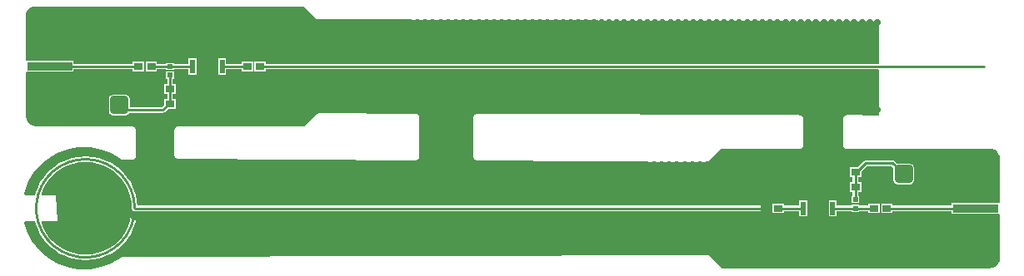
<source format=gtl>
G04*
G04 #@! TF.GenerationSoftware,Altium Limited,Altium Designer,20.1.12 (249)*
G04*
G04 Layer_Physical_Order=1*
G04 Layer_Color=255*
%FSLAX25Y25*%
%MOIN*%
G70*
G04*
G04 #@! TF.SameCoordinates,B43397F4-0A5E-4D4A-B50E-CAD48B1EF134*
G04*
G04*
G04 #@! TF.FilePolarity,Positive*
G04*
G01*
G75*
%ADD14R,0.17953X0.03937*%
%ADD15R,0.17953X0.03347*%
%ADD16R,0.03543X0.02756*%
%ADD17R,0.02126X0.01890*%
%ADD28C,0.01155*%
%ADD29R,0.17638X0.15079*%
%ADD30R,0.02165X0.11299*%
%ADD31R,0.02165X0.05512*%
%ADD32C,0.07087*%
G04:AMPARAMS|DCode=33|XSize=70.87mil|YSize=70.87mil|CornerRadius=8.86mil|HoleSize=0mil|Usage=FLASHONLY|Rotation=0.000|XOffset=0mil|YOffset=0mil|HoleType=Round|Shape=RoundedRectangle|*
%AMROUNDEDRECTD33*
21,1,0.07087,0.05315,0,0,0.0*
21,1,0.05315,0.07087,0,0,0.0*
1,1,0.01772,0.02657,-0.02657*
1,1,0.01772,-0.02657,-0.02657*
1,1,0.01772,-0.02657,0.02657*
1,1,0.01772,0.02657,0.02657*
%
%ADD33ROUNDEDRECTD33*%
%ADD34C,0.02756*%
%ADD35C,0.01968*%
%ADD36C,0.05000*%
G36*
X6917Y109513D02*
X114298D01*
X119224Y104762D01*
X119459Y104612D01*
X119691Y104456D01*
X119707Y104452D01*
X119721Y104443D01*
X119996Y104394D01*
X120270Y104338D01*
X344162Y103559D01*
X344514Y103204D01*
X344435Y86627D01*
X99089Y86627D01*
Y87406D01*
X94546D01*
Y83650D01*
X99089D01*
Y84430D01*
X344070Y84430D01*
X344423Y84075D01*
X344338Y66290D01*
X343983Y65939D01*
X331509Y66013D01*
X331505Y66012D01*
X331500Y66013D01*
X331215Y65957D01*
X330929Y65902D01*
X330925Y65899D01*
X330921Y65898D01*
X330679Y65737D01*
X330436Y65576D01*
X330434Y65573D01*
X330430Y65570D01*
X330268Y65328D01*
X330105Y65087D01*
X330104Y65083D01*
X330102Y65079D01*
X330045Y64793D01*
X329987Y64509D01*
X329988Y64504D01*
X329987Y64500D01*
Y55437D01*
Y54000D01*
X329987Y53998D01*
X329987Y53996D01*
X330045Y53707D01*
X330102Y53421D01*
X330103Y53419D01*
X330103Y53418D01*
X330267Y53174D01*
X330430Y52930D01*
X330431Y52929D01*
X330432Y52928D01*
X330677Y52765D01*
X330677Y52765D01*
X330921Y52602D01*
X330923Y52601D01*
X330924Y52601D01*
X331214Y52544D01*
X331500Y52487D01*
X331502Y52487D01*
X331504Y52487D01*
X331646Y52487D01*
X388756Y52618D01*
X388795Y52626D01*
X389788Y52495D01*
X390753Y52095D01*
X391582Y51459D01*
X392218Y50631D01*
X392618Y49666D01*
X392691Y49109D01*
X392741Y48630D01*
X392741Y48630D01*
X392741Y48136D01*
Y31203D01*
X392481Y30810D01*
X392241Y30810D01*
X373528D01*
Y29736D01*
X349801D01*
Y30515D01*
X345257D01*
Y26759D01*
X349801D01*
Y27538D01*
X373528D01*
Y26464D01*
X392241D01*
X392481Y26464D01*
X392741Y26072D01*
Y9133D01*
X392741Y9132D01*
X392741Y8637D01*
X392691Y8158D01*
X392618Y7601D01*
X392218Y6636D01*
X391582Y5808D01*
X390753Y5172D01*
X389788Y4772D01*
X389232Y4699D01*
X388753Y4649D01*
X388753Y4649D01*
X281562D01*
X276490Y9540D01*
X276252Y9693D01*
X276015Y9850D01*
X276003Y9853D01*
X275993Y9859D01*
X275713Y9909D01*
X275435Y9964D01*
X41835Y9250D01*
X41547Y9192D01*
X41261Y9135D01*
X41259Y9134D01*
X41257Y9133D01*
X41012Y8969D01*
X40956Y8932D01*
X40931Y8967D01*
X39413Y7890D01*
X37002Y6558D01*
X34458Y5504D01*
X31811Y4741D01*
X29095Y4280D01*
X26345Y4125D01*
X23595Y4280D01*
X20880Y4741D01*
X18233Y5504D01*
X15688Y6558D01*
X13278Y7890D01*
X11031Y9484D01*
X8978Y11319D01*
X7142Y13373D01*
X5548Y15619D01*
X4216Y18030D01*
X3162Y20575D01*
X2514Y22822D01*
X2891Y23322D01*
X6798D01*
X6812Y23252D01*
X7687Y20675D01*
X8890Y18234D01*
X10403Y15971D01*
X12197Y13924D01*
X14243Y12130D01*
X16507Y10618D01*
X18947Y9414D01*
X21525Y8539D01*
X24194Y8008D01*
X26910Y7830D01*
X29626Y8008D01*
X32295Y8539D01*
X34872Y9414D01*
X37314Y10618D01*
X39577Y12130D01*
X41623Y13924D01*
X43417Y15971D01*
X44930Y18234D01*
X46133Y20675D01*
X47008Y23252D01*
X47362Y25031D01*
X47362D01*
X47395Y25219D01*
X47311Y25639D01*
X47073Y25996D01*
X46716Y26234D01*
X46296Y26317D01*
X45876Y26234D01*
X45519Y25996D01*
X45281Y25639D01*
X45235Y25406D01*
X45190Y25414D01*
X44874Y23824D01*
X44092Y21520D01*
X43016Y19338D01*
X41664Y17316D01*
X40060Y15487D01*
X38231Y13883D01*
X36209Y12531D01*
X34027Y11455D01*
X31723Y10673D01*
X29337Y10199D01*
X26910Y10040D01*
X24483Y10199D01*
X22097Y10673D01*
X19793Y11455D01*
X17611Y12531D01*
X15589Y13883D01*
X13760Y15487D01*
X12156Y17316D01*
X10804Y19338D01*
X9728Y21520D01*
X9255Y22916D01*
X9546Y23322D01*
X15732D01*
X14904Y33952D01*
X9546D01*
X9255Y34359D01*
X9728Y35754D01*
X10804Y37936D01*
X12156Y39959D01*
X13760Y41787D01*
X15589Y43391D01*
X17611Y44743D01*
X19793Y45819D01*
X22097Y46601D01*
X24483Y47075D01*
X26910Y47234D01*
X29337Y47075D01*
X31723Y46601D01*
X34027Y45819D01*
X36209Y44743D01*
X38231Y43391D01*
X40060Y41787D01*
X41664Y39959D01*
X43016Y37936D01*
X44092Y35754D01*
X44874Y33450D01*
X45348Y31065D01*
X45475Y29128D01*
X45496Y28637D01*
X45580Y28217D01*
X45604Y28181D01*
X45818Y27860D01*
X46175Y27622D01*
X46595Y27538D01*
X298852Y27538D01*
X299272Y27622D01*
X299629Y27860D01*
X299867Y28217D01*
X299950Y28637D01*
X299867Y29057D01*
X299629Y29414D01*
X299272Y29652D01*
X298852Y29736D01*
X47645Y29736D01*
X47539Y31353D01*
X47008Y34022D01*
X46133Y36600D01*
X44930Y39041D01*
X43417Y41304D01*
X41623Y43350D01*
X39577Y45145D01*
X37314Y46657D01*
X34872Y47860D01*
X32295Y48735D01*
X29626Y49266D01*
X26910Y49444D01*
X24194Y49266D01*
X21525Y48735D01*
X18947Y47860D01*
X16507Y46657D01*
X14243Y45145D01*
X12197Y43350D01*
X10403Y41304D01*
X8890Y39041D01*
X7687Y36600D01*
X6812Y34022D01*
X6798Y33952D01*
X2830D01*
X2486Y34452D01*
X3162Y36799D01*
X4216Y39344D01*
X5548Y41755D01*
X7142Y44001D01*
X8978Y46055D01*
X11031Y47890D01*
X13278Y49484D01*
X15688Y50816D01*
X18233Y51871D01*
X20880Y52633D01*
X23595Y53094D01*
X26345Y53249D01*
X29095Y53094D01*
X31811Y52633D01*
X34458Y51871D01*
X37002Y50816D01*
X39413Y49484D01*
X40931Y48407D01*
X40956Y48442D01*
X41261Y48239D01*
X41840Y48124D01*
X45500Y48124D01*
X45785Y48180D01*
D01*
X46079Y48239D01*
X46570Y48567D01*
X46898Y49058D01*
X47013Y49637D01*
Y55437D01*
Y60000D01*
X46956Y60288D01*
X46908Y60528D01*
X46899Y60578D01*
X46898Y60579D01*
X46898Y60579D01*
X46732Y60828D01*
X46571Y61069D01*
X46570Y61070D01*
X46570Y61070D01*
X46320Y61238D01*
X46080Y61398D01*
X46080Y61398D01*
X46079Y61398D01*
X45788Y61456D01*
X45501Y61513D01*
X7619Y61543D01*
X7119Y61544D01*
X6640Y61594D01*
X6083Y61667D01*
X5118Y62066D01*
X4290Y62702D01*
X3654Y63531D01*
X3254Y64496D01*
X3181Y65052D01*
X3131Y65532D01*
X3131Y65539D01*
X3128Y66031D01*
X3043Y82915D01*
X3541Y83355D01*
X22141D01*
Y84430D01*
X45869D01*
Y83650D01*
X50412D01*
Y87406D01*
X45869D01*
Y86627D01*
X22141D01*
Y87701D01*
X3519D01*
X3188Y87701D01*
X3017Y88130D01*
X2929Y105532D01*
X2921Y105569D01*
X3052Y106560D01*
X3451Y107525D01*
X4087Y108354D01*
X4916Y108990D01*
X5881Y109390D01*
X6876Y109521D01*
X6917Y109513D01*
D02*
G37*
%LPC*%
G36*
X71377Y88784D02*
X68211D01*
Y86627D01*
X62262D01*
Y86973D01*
X59136D01*
Y86627D01*
X55530D01*
Y87406D01*
X50987D01*
Y83650D01*
X55530D01*
Y84430D01*
X59136D01*
Y84083D01*
X62262D01*
Y84430D01*
X68211D01*
Y82272D01*
X71377D01*
Y88784D01*
D02*
G37*
G36*
X83188D02*
X80022D01*
Y82272D01*
X83188D01*
Y84430D01*
X89428D01*
Y83650D01*
X93971D01*
Y87406D01*
X89428D01*
Y86627D01*
X83188D01*
Y88784D01*
D02*
G37*
G36*
X62262Y83508D02*
X59136D01*
Y80619D01*
X59601D01*
Y78406D01*
X58428D01*
Y74650D01*
X59601D01*
Y72406D01*
X58428D01*
Y70204D01*
X57395Y69171D01*
X44570D01*
Y72658D01*
X44463Y73198D01*
X44157Y73657D01*
X43698Y73963D01*
X43158Y74071D01*
X37843D01*
X37302Y73963D01*
X36843Y73657D01*
X36537Y73198D01*
X36430Y72658D01*
Y67343D01*
X36537Y66802D01*
X36843Y66343D01*
X37302Y66037D01*
X37843Y65930D01*
X43158D01*
X43698Y66037D01*
X44157Y66343D01*
X44463Y66802D01*
X44497Y66974D01*
X57850D01*
X58271Y67058D01*
X58627Y67296D01*
X59981Y68650D01*
X62971D01*
Y72406D01*
X61798D01*
Y74650D01*
X62971D01*
Y78406D01*
X61798D01*
Y80619D01*
X62262D01*
Y83508D01*
D02*
G37*
G36*
X120088Y66698D02*
X120071Y66694D01*
X120053Y66697D01*
X119781Y66638D01*
X119508Y66585D01*
X119494Y66575D01*
X119476Y66571D01*
X119248Y66413D01*
X119016Y66259D01*
X119006Y66245D01*
X118991Y66235D01*
X114468Y61543D01*
X64000Y61513D01*
D01*
X63999D01*
D01*
X63706Y61455D01*
X63421Y61398D01*
X63420Y61398D01*
X63420Y61398D01*
X63177Y61235D01*
X62930Y61070D01*
X62930Y61070D01*
X62929Y61069D01*
X62770Y60831D01*
X62602Y60579D01*
X62602Y60579D01*
X62602Y60578D01*
X62592Y60528D01*
X62545Y60292D01*
X62487Y60000D01*
Y50000D01*
X62543Y49714D01*
X62553Y49666D01*
X62599Y49428D01*
X62601Y49425D01*
X62602Y49421D01*
X62764Y49179D01*
X62924Y48936D01*
D01*
X62928Y48933D01*
X62930Y48930D01*
X63172Y48768D01*
X63303Y48680D01*
X63414Y48605D01*
X63418Y48604D01*
X63421Y48602D01*
X63707Y48545D01*
X63992Y48487D01*
X158992Y47987D01*
X158996Y47987D01*
X159000Y47987D01*
X159285Y48043D01*
X159572Y48099D01*
X159575Y48101D01*
X159579Y48102D01*
X159820Y48263D01*
X160064Y48424D01*
X160067Y48428D01*
X160070Y48430D01*
X160231Y48671D01*
X160395Y48913D01*
X160396Y48917D01*
X160398Y48921D01*
X160455Y49206D01*
X160513Y49492D01*
X160512Y49496D01*
X160513Y49500D01*
Y65000D01*
X160477Y65184D01*
X160457Y65285D01*
X160401Y65573D01*
X160399Y65576D01*
X160398Y65579D01*
X160237Y65821D01*
X160075Y66065D01*
X160072Y66067D01*
X160070Y66070D01*
X159827Y66232D01*
D01*
D01*
X159586Y66395D01*
X159582Y66396D01*
X159579Y66398D01*
X159506Y66413D01*
X159292Y66455D01*
X159007Y66513D01*
X120088Y66698D01*
D02*
G37*
G36*
X183500Y66513D02*
X183213Y66456D01*
X182926Y66400D01*
X182924Y66399D01*
X182921Y66398D01*
X182677Y66236D01*
X182434Y66074D01*
X182432Y66072D01*
X182430Y66070D01*
X182267Y65826D01*
X182104Y65584D01*
X182104Y65582D01*
X182102Y65579D01*
X182045Y65292D01*
X182043Y65285D01*
X181987Y65006D01*
X181987Y65003D01*
X181987Y65000D01*
Y49500D01*
X182043Y49216D01*
X182098Y48931D01*
X182101Y48926D01*
X182102Y48921D01*
D01*
X182263Y48680D01*
X182422Y48438D01*
X182427Y48435D01*
X182430Y48430D01*
X182671Y48269D01*
X182885Y48124D01*
X182911Y48106D01*
X182916Y48105D01*
X182921Y48102D01*
X183205Y48045D01*
X183485Y47987D01*
X183489Y47987D01*
X275418Y47310D01*
X275437Y47314D01*
X275457Y47311D01*
X275727Y47370D01*
X275998Y47421D01*
X276014Y47432D01*
X276034Y47436D01*
X276261Y47594D01*
X276491Y47746D01*
X276502Y47762D01*
X276519Y47773D01*
X281042Y52465D01*
X312000Y52486D01*
X312501Y52487D01*
X312788Y52544D01*
X313079Y52602D01*
X313080Y52602D01*
X313080Y52602D01*
X313323Y52765D01*
X313570Y52930D01*
X313570Y52930D01*
X313571Y52931D01*
X313736Y53178D01*
X313898Y53421D01*
X313898Y53421D01*
X313898Y53422D01*
X313956Y53714D01*
X314013Y54000D01*
Y55437D01*
Y64500D01*
X313956Y64786D01*
X313900Y65074D01*
X313899Y65076D01*
X313898Y65079D01*
X313828Y65184D01*
D01*
X313736Y65322D01*
X313574Y65566D01*
X313572Y65568D01*
X313570Y65570D01*
X313327Y65733D01*
X313085Y65896D01*
X313082Y65896D01*
X313079Y65898D01*
X312792Y65955D01*
X312506Y66013D01*
X312503Y66013D01*
X312000Y66015D01*
X186146Y66503D01*
D01*
X183506Y66513D01*
X183503Y66513D01*
X183500Y66513D01*
D02*
G37*
G36*
X349852Y47836D02*
X339015D01*
X338594Y47752D01*
X338238Y47514D01*
X335739Y45015D01*
X332698D01*
Y41259D01*
X333871D01*
Y39015D01*
X332698D01*
Y35259D01*
X333871D01*
Y33547D01*
X333407D01*
Y30657D01*
X336533D01*
Y33547D01*
X336069D01*
Y35259D01*
X337242D01*
Y39015D01*
X336069D01*
Y41259D01*
X337242D01*
Y43410D01*
X339470Y45638D01*
X349397D01*
X350181Y44854D01*
Y39680D01*
X350289Y39139D01*
X350595Y38680D01*
X351054Y38374D01*
X351594Y38267D01*
X356909D01*
X357450Y38374D01*
X357908Y38680D01*
X358215Y39139D01*
X358322Y39680D01*
Y44995D01*
X358215Y45535D01*
X357908Y45994D01*
X357450Y46300D01*
X356909Y46407D01*
X351735D01*
X350629Y47514D01*
X350272Y47752D01*
X349852Y47836D01*
D02*
G37*
G36*
X315647Y31893D02*
X312482D01*
Y29736D01*
X306241D01*
Y30515D01*
X301698D01*
Y26759D01*
X306241D01*
Y27538D01*
X312482D01*
Y25381D01*
X315647D01*
Y31893D01*
D02*
G37*
G36*
X327458D02*
X324293D01*
Y25381D01*
X327458D01*
Y27538D01*
X333407D01*
Y27192D01*
X336533D01*
Y27538D01*
X340139D01*
Y26759D01*
X344683D01*
Y30515D01*
X340139D01*
Y29736D01*
X336533D01*
Y30082D01*
X333407D01*
Y29736D01*
X327458D01*
Y31893D01*
D02*
G37*
%LPD*%
D14*
X12665Y95843D02*
D03*
Y75213D02*
D03*
X383004Y38952D02*
D03*
Y18322D02*
D03*
D15*
X12665Y85528D02*
D03*
X383004Y28637D02*
D03*
D16*
X55581Y70528D02*
D03*
X60699D02*
D03*
X55581Y76528D02*
D03*
X60699D02*
D03*
X96817Y85528D02*
D03*
X91699D02*
D03*
X53259D02*
D03*
X48140D02*
D03*
X347529Y28637D02*
D03*
X342411D02*
D03*
X298852D02*
D03*
X303970D02*
D03*
X340088Y37137D02*
D03*
X334970D02*
D03*
X340088Y43137D02*
D03*
X334970D02*
D03*
D17*
X60699Y85528D02*
D03*
Y82064D02*
D03*
X334970Y28637D02*
D03*
Y32102D02*
D03*
D28*
X46595Y28637D02*
G03*
X46296Y25219I-19685J0D01*
G01*
X40500Y70000D02*
X42427Y68073D01*
X57850D01*
X60306Y70528D01*
X60699D01*
X353618Y85528D02*
X386358D01*
X96817Y85528D02*
X353618Y85528D01*
X353618Y85528D02*
X353618Y85528D01*
X60699Y70528D02*
Y76528D01*
Y82064D01*
X81605Y85528D02*
X91699D01*
X53259D02*
X60699D01*
X69794D01*
X12665Y85528D02*
X12665Y85528D01*
X48140D01*
X48140Y85528D01*
X334970Y42692D02*
X339015Y46737D01*
X334970Y37137D02*
Y42692D01*
Y32102D02*
Y37137D01*
X354252Y42337D02*
X354252D01*
X349852Y46737D02*
X354252Y42337D01*
X339015Y46737D02*
X349852D01*
X347529Y28637D02*
X383004D01*
X304970D02*
X314064D01*
X325875D02*
X334970D01*
X342411D01*
X46595Y28637D02*
X298852Y28637D01*
D29*
X75699Y72339D02*
D03*
X319970Y41826D02*
D03*
D30*
X75699Y85528D02*
D03*
X319970Y28637D02*
D03*
D31*
X69794Y85528D02*
D03*
X81605D02*
D03*
X325875Y28637D02*
D03*
X314064D02*
D03*
D32*
X364252Y42337D02*
D03*
X30500Y70000D02*
D03*
D33*
X354252Y42337D02*
D03*
X40500Y70000D02*
D03*
D34*
X69985Y107728D02*
D03*
X88385D02*
D03*
X85318D02*
D03*
X73052D02*
D03*
X79185D02*
D03*
X76118D02*
D03*
X82251D02*
D03*
X66918D02*
D03*
X69985Y63328D02*
D03*
X88385D02*
D03*
X85318D02*
D03*
X73052D02*
D03*
X79185D02*
D03*
X76118D02*
D03*
X82251D02*
D03*
X66918D02*
D03*
X57718D02*
D03*
X60785D02*
D03*
X66918D02*
D03*
X63851D02*
D03*
X39318D02*
D03*
X36252D02*
D03*
X45452D02*
D03*
X23985D02*
D03*
X30118D02*
D03*
X54651D02*
D03*
X48518D02*
D03*
X27052D02*
D03*
X33185D02*
D03*
X42385D02*
D03*
X51585D02*
D03*
X20918D02*
D03*
X17852D02*
D03*
X57718Y107728D02*
D03*
X60785D02*
D03*
X66918D02*
D03*
X63851D02*
D03*
X39318D02*
D03*
X36252D02*
D03*
X45452D02*
D03*
X23985D02*
D03*
X30118D02*
D03*
X54651D02*
D03*
X48518D02*
D03*
X27052D02*
D03*
X33185D02*
D03*
X42385D02*
D03*
X51585D02*
D03*
X20918D02*
D03*
X17852D02*
D03*
X11718D02*
D03*
X8652D02*
D03*
X14785D02*
D03*
Y63328D02*
D03*
X8652D02*
D03*
X5500Y63500D02*
D03*
X11718Y63328D02*
D03*
X4518Y98562D02*
D03*
Y104695D02*
D03*
X5500Y107500D02*
D03*
X4518Y101628D02*
D03*
Y92428D02*
D03*
Y89362D02*
D03*
Y81695D02*
D03*
Y78628D02*
D03*
Y69428D02*
D03*
Y66362D02*
D03*
Y72495D02*
D03*
X126018Y103028D02*
D03*
X122951D02*
D03*
X129085D02*
D03*
X119885D02*
D03*
X132151D02*
D03*
X162818D02*
D03*
X153618D02*
D03*
X144418D02*
D03*
X138285D02*
D03*
X159751D02*
D03*
X165885D02*
D03*
X141351D02*
D03*
X135218D02*
D03*
X156685D02*
D03*
X147485D02*
D03*
X150551D02*
D03*
X199618D02*
D03*
X190418D02*
D03*
X181218D02*
D03*
X175084D02*
D03*
X196551D02*
D03*
X202684D02*
D03*
X178151D02*
D03*
X172018D02*
D03*
X193484D02*
D03*
X184284D02*
D03*
X187351D02*
D03*
X168951D02*
D03*
X205751D02*
D03*
X236418D02*
D03*
X227218D02*
D03*
X218018D02*
D03*
X211884D02*
D03*
X233351D02*
D03*
X239484D02*
D03*
X214951D02*
D03*
X208818D02*
D03*
X230284D02*
D03*
X221084D02*
D03*
X224151D02*
D03*
X273218D02*
D03*
X264018D02*
D03*
X254818D02*
D03*
X248684D02*
D03*
X270151D02*
D03*
X276284D02*
D03*
X251751D02*
D03*
X245618D02*
D03*
X267084D02*
D03*
X257884D02*
D03*
X260951D02*
D03*
X242551D02*
D03*
X310018D02*
D03*
X300818D02*
D03*
X291618D02*
D03*
X285484D02*
D03*
X306951D02*
D03*
X313084D02*
D03*
X288551D02*
D03*
X282418D02*
D03*
X303884D02*
D03*
X294684D02*
D03*
X297751D02*
D03*
X279351D02*
D03*
X316151D02*
D03*
X334551D02*
D03*
X331484D02*
D03*
X340684D02*
D03*
X319218D02*
D03*
X325351D02*
D03*
X343751D02*
D03*
X322284D02*
D03*
X328417D02*
D03*
X337617D02*
D03*
X88385Y107728D02*
D03*
X112918D02*
D03*
X103718D02*
D03*
X97585D02*
D03*
X100651D02*
D03*
X94518D02*
D03*
X106785D02*
D03*
X109851D02*
D03*
X91451D02*
D03*
X117218Y104428D02*
D03*
X115317Y106528D02*
D03*
X119885Y68028D02*
D03*
X122951D02*
D03*
X126018D02*
D03*
X129085D02*
D03*
X132151D02*
D03*
X162818D02*
D03*
X153618D02*
D03*
X144418D02*
D03*
X138285D02*
D03*
X159751D02*
D03*
X165885D02*
D03*
X141351D02*
D03*
X135218D02*
D03*
X156685D02*
D03*
X147485D02*
D03*
X150551D02*
D03*
X199618D02*
D03*
X190418D02*
D03*
X181218D02*
D03*
X175084D02*
D03*
X196551D02*
D03*
X202684D02*
D03*
X178151D02*
D03*
X172018D02*
D03*
X193484D02*
D03*
X184284D02*
D03*
X187351D02*
D03*
X168951D02*
D03*
X205751D02*
D03*
X236418D02*
D03*
X227218D02*
D03*
X218018D02*
D03*
X211884D02*
D03*
X233351D02*
D03*
X239484D02*
D03*
X214951D02*
D03*
X208818D02*
D03*
X230284D02*
D03*
X221084D02*
D03*
X224151D02*
D03*
X273218D02*
D03*
X264018D02*
D03*
X254818D02*
D03*
X248684D02*
D03*
X270151D02*
D03*
X276284D02*
D03*
X251751D02*
D03*
X245618D02*
D03*
X267084D02*
D03*
X257884D02*
D03*
X260951D02*
D03*
X242551D02*
D03*
X310018D02*
D03*
X300818D02*
D03*
X291618D02*
D03*
X285484D02*
D03*
X306951D02*
D03*
X313084D02*
D03*
X288551D02*
D03*
X282418D02*
D03*
X303884D02*
D03*
X294684D02*
D03*
X297751D02*
D03*
X279351D02*
D03*
X316151D02*
D03*
X334551D02*
D03*
X331484D02*
D03*
X340684D02*
D03*
X319218D02*
D03*
X325351D02*
D03*
X343751D02*
D03*
X322284D02*
D03*
X328417D02*
D03*
X337617D02*
D03*
X88385Y63328D02*
D03*
X112918D02*
D03*
X103718D02*
D03*
X97585D02*
D03*
X100651D02*
D03*
X94518D02*
D03*
X106785D02*
D03*
X109851D02*
D03*
X91451D02*
D03*
X117218Y66628D02*
D03*
X115317Y64528D02*
D03*
X339884Y88728D02*
D03*
X330684D02*
D03*
X321484D02*
D03*
X315351D02*
D03*
X336818D02*
D03*
X342951D02*
D03*
X318418D02*
D03*
X312284D02*
D03*
X333751D02*
D03*
X324551D02*
D03*
X327618D02*
D03*
X309218D02*
D03*
X272418D02*
D03*
X290818D02*
D03*
X287751D02*
D03*
X296951D02*
D03*
X275484D02*
D03*
X281618D02*
D03*
X306151D02*
D03*
X300018D02*
D03*
X278551D02*
D03*
X284684D02*
D03*
X293884D02*
D03*
X303084D02*
D03*
X235618D02*
D03*
X254018D02*
D03*
X250951D02*
D03*
X260151D02*
D03*
X238684D02*
D03*
X244818D02*
D03*
X269351D02*
D03*
X263218D02*
D03*
X241751D02*
D03*
X247884D02*
D03*
X257084D02*
D03*
X266284D02*
D03*
X217218D02*
D03*
X214151D02*
D03*
X223351D02*
D03*
X201885D02*
D03*
X208018D02*
D03*
X232551D02*
D03*
X226418D02*
D03*
X204951D02*
D03*
X211085D02*
D03*
X220284D02*
D03*
X229484D02*
D03*
X198818D02*
D03*
X180418D02*
D03*
X177351D02*
D03*
X186551D02*
D03*
X165085D02*
D03*
X171218D02*
D03*
X195751D02*
D03*
X189618D02*
D03*
X168151D02*
D03*
X174285D02*
D03*
X183484D02*
D03*
X192684D02*
D03*
X162018D02*
D03*
X125218D02*
D03*
X143618D02*
D03*
X140551D02*
D03*
X149751D02*
D03*
X128285D02*
D03*
X134418D02*
D03*
X158951D02*
D03*
X152818D02*
D03*
X131351D02*
D03*
X137485D02*
D03*
X146685D02*
D03*
X155885D02*
D03*
X106818D02*
D03*
X103751D02*
D03*
X112951D02*
D03*
X122151D02*
D03*
X116018D02*
D03*
X100685D02*
D03*
X109885D02*
D03*
X119085D02*
D03*
X339884Y82328D02*
D03*
X330684D02*
D03*
X321484D02*
D03*
X315351D02*
D03*
X336818D02*
D03*
X342951D02*
D03*
X318418D02*
D03*
X312284D02*
D03*
X333751D02*
D03*
X324551D02*
D03*
X327618D02*
D03*
X309218D02*
D03*
X272418D02*
D03*
X290818D02*
D03*
X287751D02*
D03*
X296951D02*
D03*
X275484D02*
D03*
X281618D02*
D03*
X306151D02*
D03*
X300018D02*
D03*
X278551D02*
D03*
X284684D02*
D03*
X293884D02*
D03*
X303084D02*
D03*
X235618D02*
D03*
X254018D02*
D03*
X250951D02*
D03*
X260151D02*
D03*
X238684D02*
D03*
X244818D02*
D03*
X269351D02*
D03*
X263218D02*
D03*
X241751D02*
D03*
X247884D02*
D03*
X257084D02*
D03*
X266284D02*
D03*
X217218D02*
D03*
X214151D02*
D03*
X223351D02*
D03*
X201885D02*
D03*
X208018D02*
D03*
X232551D02*
D03*
X226418D02*
D03*
X204951D02*
D03*
X211085D02*
D03*
X220284D02*
D03*
X229484D02*
D03*
X198818D02*
D03*
X180418D02*
D03*
X177351D02*
D03*
X186551D02*
D03*
X165085D02*
D03*
X171218D02*
D03*
X195751D02*
D03*
X189618D02*
D03*
X168151D02*
D03*
X174285D02*
D03*
X183484D02*
D03*
X192684D02*
D03*
X162018D02*
D03*
X125218D02*
D03*
X143618D02*
D03*
X140551D02*
D03*
X149751D02*
D03*
X128285D02*
D03*
X134418D02*
D03*
X158951D02*
D03*
X152818D02*
D03*
X131351D02*
D03*
X137485D02*
D03*
X146685D02*
D03*
X155885D02*
D03*
X106818D02*
D03*
X103751D02*
D03*
X112951D02*
D03*
X122151D02*
D03*
X116018D02*
D03*
X100685D02*
D03*
X109885D02*
D03*
X119085D02*
D03*
X391152Y41670D02*
D03*
Y47804D02*
D03*
Y44737D02*
D03*
Y35537D02*
D03*
Y32471D02*
D03*
Y24804D02*
D03*
Y21737D02*
D03*
Y12537D02*
D03*
X390084Y6437D02*
D03*
X391152Y9470D02*
D03*
Y15604D02*
D03*
X280352Y7837D02*
D03*
X278352Y9737D02*
D03*
X280352Y49637D02*
D03*
X278452Y47537D02*
D03*
X304218Y50837D02*
D03*
X285818D02*
D03*
X288885D02*
D03*
X301151D02*
D03*
X295018D02*
D03*
X298084D02*
D03*
X291951D02*
D03*
X282751D02*
D03*
X307284D02*
D03*
X310351D02*
D03*
X341018D02*
D03*
X337951D02*
D03*
X313418D02*
D03*
X322618D02*
D03*
X328751D02*
D03*
X325684D02*
D03*
X331818D02*
D03*
X319551D02*
D03*
X316484D02*
D03*
X334885D02*
D03*
X371684D02*
D03*
X368618D02*
D03*
X344085D02*
D03*
X353284D02*
D03*
X359418D02*
D03*
X356351D02*
D03*
X362484D02*
D03*
X350218D02*
D03*
X347151D02*
D03*
X365551D02*
D03*
X374751D02*
D03*
X383951D02*
D03*
X390084D02*
D03*
X387018D02*
D03*
X380884D02*
D03*
X377818D02*
D03*
Y6437D02*
D03*
X380884D02*
D03*
X387018D02*
D03*
X383951D02*
D03*
X365551D02*
D03*
X347151D02*
D03*
X350218D02*
D03*
X362484D02*
D03*
X356351D02*
D03*
X359418D02*
D03*
X353284D02*
D03*
X344085D02*
D03*
X374751D02*
D03*
X368618D02*
D03*
X371684D02*
D03*
X334885D02*
D03*
X316484D02*
D03*
X319551D02*
D03*
X331818D02*
D03*
X325684D02*
D03*
X328751D02*
D03*
X322618D02*
D03*
X337951D02*
D03*
X341018D02*
D03*
X310351D02*
D03*
X307284D02*
D03*
X313418D02*
D03*
X269651Y11137D02*
D03*
X282751Y6437D02*
D03*
X291951D02*
D03*
X298084D02*
D03*
X272718Y11137D02*
D03*
X266585D02*
D03*
X295018Y6437D02*
D03*
X301151D02*
D03*
X275785Y11137D02*
D03*
X288885Y6437D02*
D03*
X285818D02*
D03*
X304218D02*
D03*
X232851Y11137D02*
D03*
X242051D02*
D03*
X251251D02*
D03*
X257385D02*
D03*
X235918D02*
D03*
X229785D02*
D03*
X254318D02*
D03*
X260451D02*
D03*
X238985D02*
D03*
X248185D02*
D03*
X245118D02*
D03*
X263518D02*
D03*
X196051D02*
D03*
X205251D02*
D03*
X214451D02*
D03*
X220585D02*
D03*
X199118D02*
D03*
X192985D02*
D03*
X217518D02*
D03*
X223651D02*
D03*
X202185D02*
D03*
X211385D02*
D03*
X208318D02*
D03*
X226718D02*
D03*
X159251D02*
D03*
X168451D02*
D03*
X177652D02*
D03*
X183785D02*
D03*
X162318D02*
D03*
X156185D02*
D03*
X180718D02*
D03*
X186851D02*
D03*
X165385D02*
D03*
X174585D02*
D03*
X171518D02*
D03*
X189918D02*
D03*
X122452D02*
D03*
X131652D02*
D03*
X140851D02*
D03*
X146985D02*
D03*
X125518D02*
D03*
X119385D02*
D03*
X143918D02*
D03*
X150051D02*
D03*
X128585D02*
D03*
X137785D02*
D03*
X134718D02*
D03*
X153118D02*
D03*
X85652D02*
D03*
X94852D02*
D03*
X104052D02*
D03*
X110185D02*
D03*
X88718D02*
D03*
X82585D02*
D03*
X107118D02*
D03*
X113252D02*
D03*
X91785D02*
D03*
X100985D02*
D03*
X97918D02*
D03*
X116318D02*
D03*
X79518D02*
D03*
X61118D02*
D03*
X64185D02*
D03*
X54985D02*
D03*
X76452D02*
D03*
X70318D02*
D03*
X45785D02*
D03*
X51918D02*
D03*
X73385D02*
D03*
X67252D02*
D03*
X58052D02*
D03*
X48852D02*
D03*
Y46137D02*
D03*
X58052D02*
D03*
X67252D02*
D03*
X73385D02*
D03*
X51918D02*
D03*
X45785D02*
D03*
X70318D02*
D03*
X76452D02*
D03*
X54985D02*
D03*
X64185D02*
D03*
X61118D02*
D03*
X79518D02*
D03*
X116318D02*
D03*
X97918D02*
D03*
X100985D02*
D03*
X91785D02*
D03*
X113252D02*
D03*
X107118D02*
D03*
X82585D02*
D03*
X88718D02*
D03*
X110185D02*
D03*
X104052D02*
D03*
X94852D02*
D03*
X85652D02*
D03*
X153118D02*
D03*
X134718D02*
D03*
X137785D02*
D03*
X128585D02*
D03*
X150051D02*
D03*
X143918D02*
D03*
X119385D02*
D03*
X125518D02*
D03*
X146985D02*
D03*
X140851D02*
D03*
X131652D02*
D03*
X122452D02*
D03*
X171518D02*
D03*
X174585D02*
D03*
X165385D02*
D03*
X186851D02*
D03*
X180718D02*
D03*
X156185D02*
D03*
X162318D02*
D03*
X183785D02*
D03*
X177652D02*
D03*
X168451D02*
D03*
X159251D02*
D03*
X189918D02*
D03*
X226718D02*
D03*
X208318D02*
D03*
X211385D02*
D03*
X202185D02*
D03*
X223651D02*
D03*
X217518D02*
D03*
X192985D02*
D03*
X199118D02*
D03*
X220585D02*
D03*
X214451D02*
D03*
X205251D02*
D03*
X196051D02*
D03*
X245118D02*
D03*
X248185D02*
D03*
X238985D02*
D03*
X260451D02*
D03*
X254318D02*
D03*
X229785D02*
D03*
X235918D02*
D03*
X257385D02*
D03*
X251251D02*
D03*
X242051D02*
D03*
X232851D02*
D03*
X263518D02*
D03*
X275785D02*
D03*
X266585D02*
D03*
X272718D02*
D03*
X269651D02*
D03*
X40155Y10643D02*
D03*
X37652Y9137D02*
D03*
X34952Y8037D02*
D03*
X32169Y7203D02*
D03*
X29293Y6523D02*
D03*
X26252Y6437D02*
D03*
X23152Y6737D02*
D03*
X20252Y7437D02*
D03*
X17452Y8437D02*
D03*
X14852Y9937D02*
D03*
X12552Y11637D02*
D03*
X10452Y13737D02*
D03*
X8452Y15937D02*
D03*
X6952Y18637D02*
D03*
X5852Y21437D02*
D03*
X40155Y46632D02*
D03*
X37652Y48137D02*
D03*
X34952Y49237D02*
D03*
X32169Y50071D02*
D03*
X29293Y50751D02*
D03*
X26252Y50837D02*
D03*
X23152Y50537D02*
D03*
X20252Y49837D02*
D03*
X17452Y48837D02*
D03*
X14852Y47337D02*
D03*
X12552Y45637D02*
D03*
X10452Y43537D02*
D03*
X8452Y41337D02*
D03*
X6952Y38637D02*
D03*
X5852Y35837D02*
D03*
X42852Y44937D02*
D03*
Y12337D02*
D03*
X48952Y22537D02*
D03*
X47952Y19837D02*
D03*
X46552Y17137D02*
D03*
X44852Y14637D02*
D03*
X42852Y12337D02*
D03*
X44852Y42637D02*
D03*
X46552Y40137D02*
D03*
X47952Y37437D02*
D03*
X48952Y34737D02*
D03*
X55785Y25437D02*
D03*
X64985D02*
D03*
X74185D02*
D03*
X80318D02*
D03*
X58852D02*
D03*
X52718D02*
D03*
X77252D02*
D03*
X83385D02*
D03*
X61918D02*
D03*
X71118D02*
D03*
X68052D02*
D03*
X49652D02*
D03*
X86452D02*
D03*
X123252D02*
D03*
X104852D02*
D03*
X107918D02*
D03*
X98718D02*
D03*
X120185D02*
D03*
X114052D02*
D03*
X89518D02*
D03*
X95652D02*
D03*
X117118D02*
D03*
X110985D02*
D03*
X101785D02*
D03*
X92585D02*
D03*
X141651D02*
D03*
X144718D02*
D03*
X135518D02*
D03*
X156985D02*
D03*
X150852D02*
D03*
X126318D02*
D03*
X132452D02*
D03*
X153918D02*
D03*
X147785D02*
D03*
X138585D02*
D03*
X129385D02*
D03*
X160052D02*
D03*
X196851D02*
D03*
X178452D02*
D03*
X181518D02*
D03*
X172318D02*
D03*
X193785D02*
D03*
X187651D02*
D03*
X163118D02*
D03*
X169252D02*
D03*
X190718D02*
D03*
X184585D02*
D03*
X175385D02*
D03*
X166185D02*
D03*
X215251D02*
D03*
X218318D02*
D03*
X209118D02*
D03*
X230585D02*
D03*
X224451D02*
D03*
X199918D02*
D03*
X206051D02*
D03*
X227518D02*
D03*
X221385D02*
D03*
X212185D02*
D03*
X202985D02*
D03*
X233651D02*
D03*
X252051D02*
D03*
X255118D02*
D03*
X245918D02*
D03*
X267385D02*
D03*
X261251D02*
D03*
X236718D02*
D03*
X242851D02*
D03*
X264318D02*
D03*
X258185D02*
D03*
X248985D02*
D03*
X239785D02*
D03*
X270451D02*
D03*
X288851D02*
D03*
X291918D02*
D03*
X282718D02*
D03*
X273518D02*
D03*
X279651D02*
D03*
X294985D02*
D03*
X285785D02*
D03*
X276585D02*
D03*
Y31837D02*
D03*
X285785D02*
D03*
X294985D02*
D03*
X279651D02*
D03*
X273518D02*
D03*
X282718D02*
D03*
X291918D02*
D03*
X288851D02*
D03*
X239785D02*
D03*
X248985D02*
D03*
X258185D02*
D03*
X264318D02*
D03*
X242851D02*
D03*
X236718D02*
D03*
X261251D02*
D03*
X267385D02*
D03*
X245918D02*
D03*
X255118D02*
D03*
X252051D02*
D03*
X270451D02*
D03*
X233651D02*
D03*
X202985D02*
D03*
X212185D02*
D03*
X221385D02*
D03*
X227518D02*
D03*
X206051D02*
D03*
X199918D02*
D03*
X224451D02*
D03*
X230585D02*
D03*
X209118D02*
D03*
X218318D02*
D03*
X215251D02*
D03*
X196851D02*
D03*
X166185D02*
D03*
X175385D02*
D03*
X184585D02*
D03*
X190718D02*
D03*
X169252D02*
D03*
X163118D02*
D03*
X187651D02*
D03*
X193785D02*
D03*
X172318D02*
D03*
X181518D02*
D03*
X178452D02*
D03*
X129385D02*
D03*
X138585D02*
D03*
X147785D02*
D03*
X153918D02*
D03*
X132452D02*
D03*
X126318D02*
D03*
X150852D02*
D03*
X156985D02*
D03*
X135518D02*
D03*
X144718D02*
D03*
X141651D02*
D03*
X160052D02*
D03*
X92585D02*
D03*
X101785D02*
D03*
X110985D02*
D03*
X117118D02*
D03*
X95652D02*
D03*
X89518D02*
D03*
X114052D02*
D03*
X120185D02*
D03*
X98718D02*
D03*
X107918D02*
D03*
X104852D02*
D03*
X123252D02*
D03*
X49652D02*
D03*
X86452D02*
D03*
X68052D02*
D03*
X71118D02*
D03*
X61918D02*
D03*
X83385D02*
D03*
X77252D02*
D03*
X52718D02*
D03*
X58852D02*
D03*
X80318D02*
D03*
X74185D02*
D03*
X64985D02*
D03*
X55785D02*
D03*
X12752Y35737D02*
D03*
X14352Y38137D02*
D03*
X16352Y40337D02*
D03*
X37571Y16226D02*
D03*
X35216Y14427D02*
D03*
X41252Y20837D02*
D03*
X39682Y18337D02*
D03*
X32552Y13237D02*
D03*
X29652Y12537D02*
D03*
X26652Y12337D02*
D03*
X23752Y12737D02*
D03*
X20952Y13737D02*
D03*
X18352Y15137D02*
D03*
X15952Y16937D02*
D03*
X14052Y19137D02*
D03*
X12552Y21637D02*
D03*
X18652Y42137D02*
D03*
X21352Y43437D02*
D03*
X24352Y44137D02*
D03*
X27352Y44437D02*
D03*
X30352Y44237D02*
D03*
X33152Y43337D02*
D03*
X35752Y41837D02*
D03*
X38052Y40037D02*
D03*
X39952Y37737D02*
D03*
X41352Y35237D02*
D03*
X42252Y32437D02*
D03*
X42652Y29537D02*
D03*
Y26637D02*
D03*
X46296Y25219D02*
D03*
X42252Y23637D02*
D03*
D35*
X68534Y66749D02*
D03*
X82707D02*
D03*
X68534Y76749D02*
D03*
X73140D02*
D03*
X77928D02*
D03*
X82707D02*
D03*
X68534Y71749D02*
D03*
X73140D02*
D03*
X77928D02*
D03*
X82707D02*
D03*
X327135Y47417D02*
D03*
X312962D02*
D03*
X327135Y37417D02*
D03*
X322529D02*
D03*
X317741D02*
D03*
X312962D02*
D03*
X327135Y42417D02*
D03*
X322529D02*
D03*
X317741D02*
D03*
X312962D02*
D03*
D36*
X75699Y80016D02*
D03*
X319970Y34149D02*
D03*
M02*

</source>
